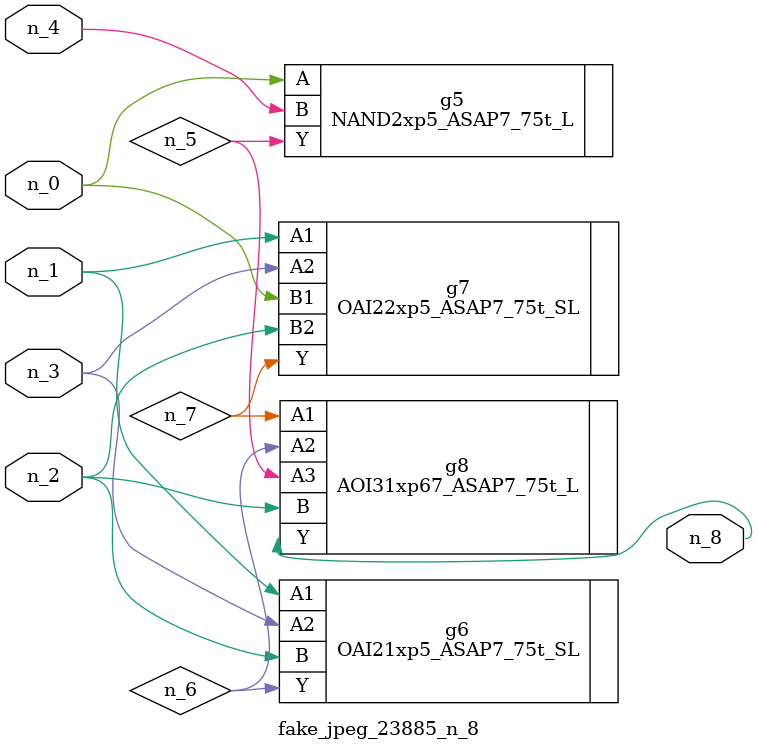
<source format=v>
module fake_jpeg_23885_n_8 (n_3, n_2, n_1, n_0, n_4, n_8);

input n_3;
input n_2;
input n_1;
input n_0;
input n_4;

output n_8;

wire n_6;
wire n_5;
wire n_7;

NAND2xp5_ASAP7_75t_L g5 ( 
.A(n_0),
.B(n_4),
.Y(n_5)
);

OAI21xp5_ASAP7_75t_SL g6 ( 
.A1(n_1),
.A2(n_3),
.B(n_2),
.Y(n_6)
);

OAI22xp5_ASAP7_75t_SL g7 ( 
.A1(n_1),
.A2(n_3),
.B1(n_0),
.B2(n_2),
.Y(n_7)
);

AOI31xp67_ASAP7_75t_L g8 ( 
.A1(n_7),
.A2(n_6),
.A3(n_5),
.B(n_2),
.Y(n_8)
);


endmodule
</source>
